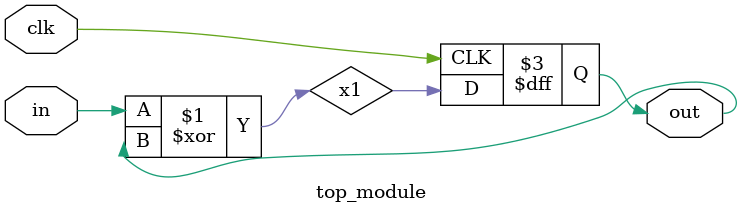
<source format=v>
module top_module (
    input clk,
    input in, 
    output reg out
    );
wire x1;
assign x1 = in ^ out;
    always @(posedge clk) begin
        out <= x1;
    end
endmodule
</source>
